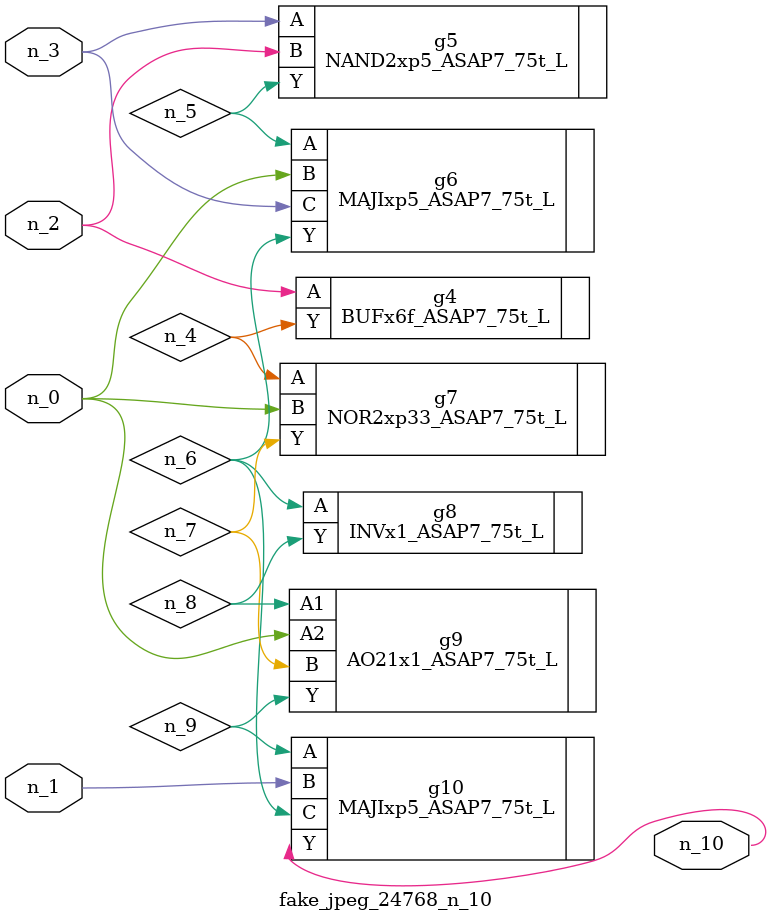
<source format=v>
module fake_jpeg_24768_n_10 (n_0, n_3, n_2, n_1, n_10);

input n_0;
input n_3;
input n_2;
input n_1;

output n_10;

wire n_4;
wire n_8;
wire n_9;
wire n_6;
wire n_5;
wire n_7;

BUFx6f_ASAP7_75t_L g4 ( 
.A(n_2),
.Y(n_4)
);

NAND2xp5_ASAP7_75t_L g5 ( 
.A(n_3),
.B(n_2),
.Y(n_5)
);

MAJIxp5_ASAP7_75t_L g6 ( 
.A(n_5),
.B(n_0),
.C(n_3),
.Y(n_6)
);

INVx1_ASAP7_75t_L g8 ( 
.A(n_6),
.Y(n_8)
);

NOR2xp33_ASAP7_75t_L g7 ( 
.A(n_4),
.B(n_0),
.Y(n_7)
);

AO21x1_ASAP7_75t_L g9 ( 
.A1(n_8),
.A2(n_0),
.B(n_7),
.Y(n_9)
);

MAJIxp5_ASAP7_75t_L g10 ( 
.A(n_9),
.B(n_1),
.C(n_6),
.Y(n_10)
);


endmodule
</source>
